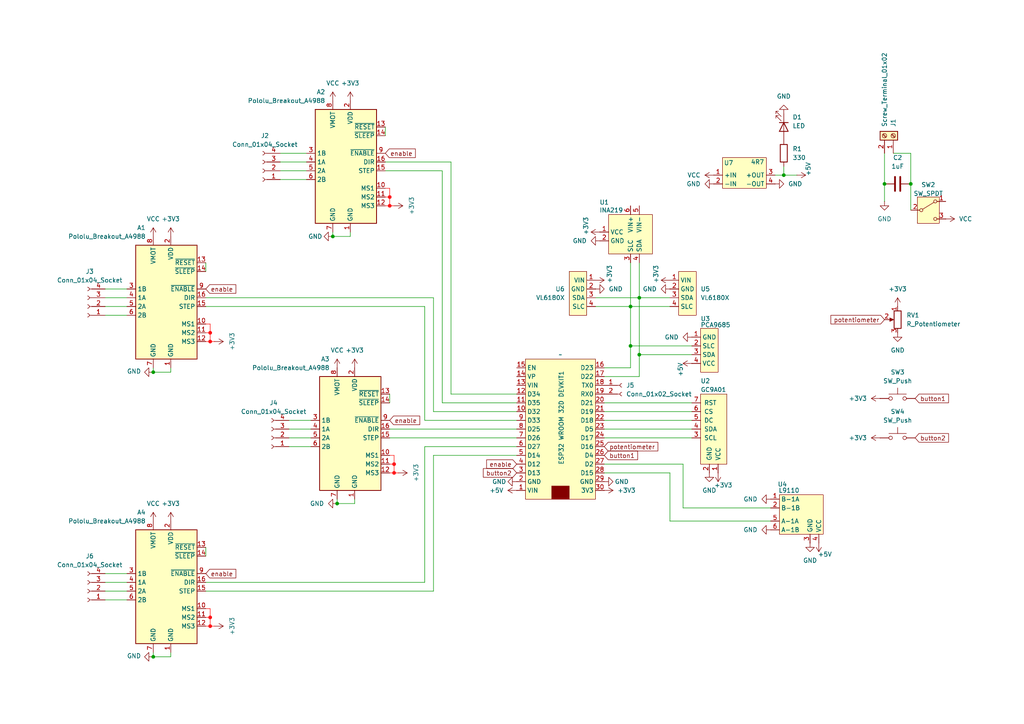
<source format=kicad_sch>
(kicad_sch (version 20231120) (generator "eeschema") (generator_version "8.0")
  (paper "A4")
  (title_block (title "Main robot pcb") (date "2025-02-21") (rev "v1.0") (company "Nantrobot") (comment 4 "Author: Alexis MORICE"))
  (lib_symbols
    (symbol "Connector:Conn_01x02_Socket" (pin_names (offset 1.016) hide)
      (property "Reference" "J" (at 0 2.54 0))
      (property "Value" "Conn_01x02_Socket" (at 0 -5.08 0))
      (symbol "Conn_01x02_Socket_1_1"
        (arc (start 0 -2.032) (mid -0.5058 -2.54) (end 0 -3.048) (stroke (width 0.1524)))
        (polyline (pts (xy -1.27 -2.54) (xy -0.508 -2.54)) (stroke (width 0.1524)))
        (polyline (pts (xy -1.27 0) (xy -0.508 0)) (stroke (width 0.1524)))
        (arc (start 0 0.508) (mid -0.5058 0) (end 0 -0.508) (stroke (width 0.1524)))
        (pin passive line (at -5.08 0 0) (length 3.81) (name "Pin_1") (number "1"))
        (pin passive line (at -5.08 -2.54 0) (length 3.81) (name "Pin_2") (number "2"))
      )
    )
    (symbol "Connector:Conn_01x04_Socket" (pin_names (offset 1.016) hide)
      (property "Reference" "J" (at 0 5.08 0))
      (property "Value" "Conn_01x04_Socket" (at 0 -7.62 0))
      (symbol "Conn_01x04_Socket_1_1"
        (arc (start 0 -4.572) (mid -0.5058 -5.08) (end 0 -5.588) (stroke (width 0.1524)))
        (arc (start 0 -2.032) (mid -0.5058 -2.54) (end 0 -3.048) (stroke (width 0.1524)))
        (polyline (pts (xy -1.27 -5.08) (xy -0.508 -5.08)) (stroke (width 0.1524)))
        (polyline (pts (xy -1.27 -2.54) (xy -0.508 -2.54)) (stroke (width 0.1524)))
        (polyline (pts (xy -1.27 0) (xy -0.508 0)) (stroke (width 0.1524)))
        (polyline (pts (xy -1.27 2.54) (xy -0.508 2.54)) (stroke (width 0.1524)))
        (arc (start 0 0.508) (mid -0.5058 0) (end 0 -0.508) (stroke (width 0.1524)))
        (arc (start 0 3.048) (mid -0.5058 2.54) (end 0 2.032) (stroke (width 0.1524)))
        (pin passive line (at -5.08 2.54 0) (length 3.81) (name "Pin_1") (number "1"))
        (pin passive line (at -5.08 0 0) (length 3.81) (name "Pin_2") (number "2"))
        (pin passive line (at -5.08 -2.54 0) (length 3.81) (name "Pin_3") (number "3"))
        (pin passive line (at -5.08 -5.08 0) (length 3.81) (name "Pin_4") (number "4"))
      )
    )
    (symbol "Connector:Screw_Terminal_01x02" (pin_names (offset 1.016) hide)
      (property "Reference" "J" (at 0 2.54 0))
      (property "Value" "Screw_Terminal_01x02" (at 0 -5.08 0))
      (symbol "Screw_Terminal_01x02_1_1"
        (rectangle (start -1.27 1.27) (end 1.27 -3.81) (stroke (width 0.254)) (fill (type background)))
        (circle (center 0 -2.54) (radius 0.635) (stroke (width 0.1524)))
        (polyline (pts (xy -0.5334 -2.2098) (xy 0.3302 -3.048)) (stroke (width 0.1524)))
        (polyline (pts (xy -0.5334 0.3302) (xy 0.3302 -0.508)) (stroke (width 0.1524)))
        (polyline (pts (xy -0.3556 -2.032) (xy 0.508 -2.8702)) (stroke (width 0.1524)))
        (polyline (pts (xy -0.3556 0.508) (xy 0.508 -0.3302)) (stroke (width 0.1524)))
        (circle (center 0 0) (radius 0.635) (stroke (width 0.1524)))
        (pin passive line (at -5.08 0 0) (length 3.81) (name "Pin_1") (number "1"))
        (pin passive line (at -5.08 -2.54 0) (length 3.81) (name "Pin_2") (number "2"))
      )
    )
    (symbol "Device:C" (pin_numbers hide) (pin_names (offset 0.254))
      (property "Reference" "C" (at 0.635 2.54 0))
      (property "Value" "C" (at 0.635 -2.54 0))
      (symbol "C_0_1"
        (polyline (pts (xy -2.032 -0.762) (xy 2.032 -0.762)) (stroke (width 0.508)))
        (polyline (pts (xy -2.032 0.762) (xy 2.032 0.762)) (stroke (width 0.508)))
      )
      (symbol "C_1_1"
        (pin passive line (at 0 3.81 270) (length 2.794) (name "~") (number "1"))
        (pin passive line (at 0 -3.81 90) (length 2.794) (name "~") (number "2"))
      )
    )
    (symbol "Device:LED" (pin_numbers hide) (pin_names (offset 1.016) hide)
      (property "Reference" "D" (at 0 2.54 0))
      (property "Value" "LED" (at 0 -2.54 0))
      (symbol "LED_0_1"
        (polyline (pts (xy -1.27 -1.27) (xy -1.27 1.27)) (stroke (width 0.254)))
        (polyline (pts (xy -1.27 0) (xy 1.27 0)))
        (polyline (pts (xy 1.27 -1.27) (xy 1.27 1.27) (xy -1.27 0) (xy 1.27 -1.27)) (stroke (width 0.254)))
        (polyline (pts (xy -3.048 -0.762) (xy -4.572 -2.286) (xy -3.81 -2.286) (xy -4.572 -2.286) (xy -4.572 -1.524)))
        (polyline (pts (xy -1.778 -0.762) (xy -3.302 -2.286) (xy -2.54 -2.286) (xy -3.302 -2.286) (xy -3.302 -1.524)))
      )
      (symbol "LED_1_1"
        (pin passive line (at -3.81 0 0) (length 2.54) (name "K") (number "1"))
        (pin passive line (at 3.81 0 180) (length 2.54) (name "A") (number "2"))
      )
    )
    (symbol "Device:R" (pin_numbers hide) (pin_names (offset 0))
      (property "Reference" "R" (at 2.032 0 90))
      (property "Value" "R" (at 0 0 90))
      (symbol "R_0_1"
        (rectangle (start -1.016 -2.54) (end 1.016 2.54) (stroke (width 0.254)))
      )
      (symbol "R_1_1"
        (pin passive line (at 0 3.81 270) (length 1.27) (name "~") (number "1"))
        (pin passive line (at 0 -3.81 90) (length 1.27) (name "~") (number "2"))
      )
    )
    (symbol "Device:R_Potentiometer" (pin_names (offset 1.016) hide)
      (property "Reference" "RV" (at -4.445 0 90))
      (property "Value" "R_Potentiometer" (at -2.54 0 90))
      (symbol "R_Potentiometer_0_1"
        (polyline (pts (xy 2.54 0) (xy 1.524 0)))
        (polyline (pts (xy 1.143 0) (xy 2.286 0.508) (xy 2.286 -0.508) (xy 1.143 0)) (fill (type outline)))
        (rectangle (start 1.016 2.54) (end -1.016 -2.54) (stroke (width 0.254)))
      )
      (symbol "R_Potentiometer_1_1"
        (pin passive line (at 0 3.81 270) (length 1.27) (name "1") (number "1"))
        (pin passive line (at 3.81 0 180) (length 1.27) (name "2") (number "2"))
        (pin passive line (at 0 -3.81 90) (length 1.27) (name "3") (number "3"))
      )
    )
    (symbol "Driver_Motor:Pololu_Breakout_A4988"
      (property "Reference" "A3" (at 7.2741 20.32 0))
      (property "Value" "Pololu_Breakout_A4988" (at 7.2741 17.78 0))
      (symbol "Pololu_Breakout_A4988_0_1"
        (rectangle (start 10.16 -17.78) (end -7.62 15.24) (stroke (width 0.254)) (fill (type background)))
      )
      (symbol "Pololu_Breakout_A4988_1_1"
        (pin power_in line (at 0 -20.32 90) (length 2.54) (name "GND") (number "1"))
        (pin input line (at -10.16 -7.62 0) (length 2.54) (name "MS1") (number "10"))
        (pin input line (at -10.16 -10.16 0) (length 2.54) (name "MS2") (number "11"))
        (pin input line (at -10.16 -12.7 0) (length 2.54) (name "MS3") (number "12"))
        (pin input line (at -10.16 10.16 0) (length 2.54) (name "~{RESET}") (number "13"))
        (pin input line (at -10.16 7.62 0) (length 2.54) (name "~{SLEEP}") (number "14"))
        (pin input line (at -10.16 -2.54 0) (length 2.54) (name "STEP") (number "15"))
        (pin input line (at -10.16 0 0) (length 2.54) (name "DIR") (number "16"))
        (pin power_in line (at 0 17.78 270) (length 2.54) (name "VDD") (number "2"))
        (pin output line (at 12.7 2.54 180) (length 2.54) (name "1B") (number "3"))
        (pin output line (at 12.7 0 180) (length 2.54) (name "1A") (number "4"))
        (pin output line (at 12.7 -2.54 180) (length 2.54) (name "2A") (number "5"))
        (pin output line (at 12.7 -5.08 180) (length 2.54) (name "2B") (number "6"))
        (pin power_in line (at 5.08 -20.32 90) (length 2.54) (name "GND") (number "7"))
        (pin power_in line (at 5.08 17.78 270) (length 2.54) (name "VMOT") (number "8"))
        (pin input line (at -10.16 2.54 0) (length 2.54) (name "~{ENABLE}") (number "9"))
      )
    )
    (symbol "ECN:4R7"
      (property "Reference" "U" (at -5.08 3.556 0))
      (property "Value" "4R7" (at 4.064 3.556 0))
      (symbol "4R7_1_1"
        (rectangle (start -6.35 5.08) (end 6.35 -3.81) (fill (type background)))
        (pin input line (at -8.89 0 0) (length 2.54) (name "+IN") (number "1"))
        (pin input line (at -8.89 -2.54 0) (length 2.54) (name "-IN") (number "2"))
        (pin input line (at 8.89 0 180) (length 2.54) (name "+OUT") (number "3"))
        (pin input line (at 8.89 -2.54 180) (length 2.54) (name "-OUT") (number "4"))
      )
    )
    (symbol "ECN:GC9A01" (pin_names (offset 1.016))
      (property "Reference" "U" (at -2.794 13.97 0))
      (property "Value" "GC9A01" (at 0.254 11.43 0))
      (symbol "GC9A01_1_1"
        (rectangle (start -3.81 10.16) (end 3.81 -10.16) (fill (type background)))
        (pin input line (at 1.27 -12.7 90) (length 2.54) (name "VCC") (number "1"))
        (pin input line (at -1.27 -12.7 90) (length 2.54) (name "GND") (number "2"))
        (pin input line (at -6.35 -2.54 0) (length 2.54) (name "SCL") (number "3"))
        (pin input line (at -6.35 0 0) (length 2.54) (name "SDA") (number "4"))
        (pin input line (at -6.35 2.54 0) (length 2.54) (name "DC") (number "5"))
        (pin input line (at -6.35 5.08 0) (length 2.54) (name "CS") (number "6"))
        (pin input line (at -6.35 7.62 0) (length 2.54) (name "RST") (number "7"))
      )
    )
    (symbol "ECN:INA219_DC_current_sensor"
      (property "Reference" "U" (at -6.858 13.97 0))
      (property "Value" "INA219" (at 0.762 13.716 0))
      (symbol "INA219_DC_current_sensor_1_1"
        (rectangle (start -7.62 12.7) (end 3.81 0) (fill (type background)))
        (pin input line (at -2.54 -2.54 90) (length 2.54) (name "VCC") (number "1"))
        (pin input line (at 0 -2.54 90) (length 2.54) (name "GND") (number "2"))
        (pin input line (at 6.35 6.35 180) (length 2.54) (name "SLC") (number "3"))
        (pin input line (at 6.35 8.89 180) (length 2.54) (name "SDA") (number "4"))
        (pin input line (at -10.16 8.89 0) (length 2.54) (name "VIN-") (number "5"))
        (pin input line (at -10.16 6.35 0) (length 2.54) (name "VIN+") (number "6"))
      )
    )
    (symbol "ECN:L9110"
      (property "Reference" "U" (at -0.762 4.572 0))
      (property "Value" "L9110" (at 1.524 2.54 0))
      (symbol "L9110_1_1"
        (rectangle (start -1.27 1.27) (end 11.43 -10.16) (fill (type background)))
        (pin input line (at -3.81 0 0) (length 2.54) (name "B-1A") (number "1"))
        (pin input line (at -3.81 -2.54 0) (length 2.54) (name "B-1B") (number "2"))
        (pin input line (at 7.62 -12.7 90) (length 2.54) (name "GND") (number "3"))
        (pin input line (at 10.16 -12.7 90) (length 2.54) (name "VCC") (number "4"))
        (pin input line (at -3.81 -6.35 0) (length 2.54) (name "A-1A") (number "5"))
        (pin input line (at -3.81 -8.89 0) (length 2.54) (name "A-1B") (number "6"))
      )
    )
    (symbol "ECN:PCA9685"
      (property "Reference" "U" (at -0.762 9.398 0))
      (property "Value" "PCA9685" (at 2.794 7.366 0))
      (symbol "PCA9685_1_1"
        (rectangle (start -1.27 6.35) (end 3.81 -6.35) (fill (type background)))
        (pin input line (at -3.81 3.81 0) (length 2.54) (name "GND") (number "1"))
        (pin input line (at -3.81 1.27 0) (length 2.54) (name "SLC") (number "2"))
        (pin input line (at -3.81 -1.27 0) (length 2.54) (name "SDA") (number "3"))
        (pin input line (at -3.81 -3.81 0) (length 2.54) (name "VCC") (number "4"))
      )
    )
    (symbol "ECN:VL6180X"
      (property "Reference" "U" (at -0.762 9.144 0))
      (property "Value" "VL6180X" (at 2.794 7.366 0))
      (symbol "VL6180X_1_1"
        (rectangle (start -1.27 6.35) (end 3.81 -6.35) (fill (type background)))
        (pin input line (at -3.81 3.81 0) (length 2.54) (name "VIN") (number "1"))
        (pin input line (at -3.81 1.27 0) (length 2.54) (name "GND") (number "2"))
        (pin input line (at -3.81 -1.27 0) (length 2.54) (name "SDA") (number "3"))
        (pin input line (at -3.81 -3.81 0) (length 2.54) (name "SLC") (number "4"))
      )
    )
    (symbol "ECN:esp32_wroom_32D_devkit"
      (property "Reference" "ESP32 WROOM 32D DEVKIT1" (at 0.254 2.032 90))
      (property "Value" "~" (at 0 20.32 0))
      (symbol "esp32_wroom_32D_devkit_1_1"
        (rectangle (start -10.16 19.05) (end 10.16 -21.59) (fill (type background)))
        (rectangle (start -2.54 -17.78) (end 2.54 -21.59) (fill (type outline)))
        (pin power_in line (at -12.7 -19.05 0) (length 2.54) (name "VIN") (number "1"))
        (pin bidirectional line (at -12.7 3.81 0) (length 2.54) (name "D32") (number "10"))
        (pin bidirectional line (at -12.7 6.35 0) (length 2.54) (name "D35") (number "11"))
        (pin bidirectional line (at -12.7 8.89 0) (length 2.54) (name "D34") (number "12"))
        (pin power_in line (at -12.7 11.43 0) (length 2.54) (name "VIN") (number "13"))
        (pin power_out line (at -12.7 13.97 0) (length 2.54) (name "VP") (number "14"))
        (pin input line (at -12.7 16.51 0) (length 2.54) (name "EN") (number "15"))
        (pin input line (at 12.7 16.51 180) (length 2.54) (name "D23") (number "16"))
        (pin bidirectional line (at 12.7 13.97 180) (length 2.54) (name "D22") (number "17"))
        (pin bidirectional line (at 12.7 11.43 180) (length 2.54) (name "TX0") (number "18"))
        (pin bidirectional line (at 12.7 8.89 180) (length 2.54) (name "RX0") (number "19"))
        (pin bidirectional line (at -12.7 -16.51 0) (length 2.54) (name "GND") (number "2"))
        (pin bidirectional line (at 12.7 6.35 180) (length 2.54) (name "D21") (number "20"))
        (pin bidirectional line (at 12.7 3.81 180) (length 2.54) (name "D19") (number "21"))
        (pin bidirectional line (at 12.7 1.27 180) (length 2.54) (name "D18") (number "22"))
        (pin bidirectional line (at 12.7 -1.27 180) (length 2.54) (name "D5") (number "23"))
        (pin bidirectional line (at 12.7 -3.81 180) (length 2.54) (name "D17") (number "24"))
        (pin bidirectional line (at 12.7 -6.35 180) (length 2.54) (name "D16") (number "25"))
        (pin bidirectional line (at 12.7 -8.89 180) (length 2.54) (name "D4") (number "26"))
        (pin bidirectional line (at 12.7 -11.43 180) (length 2.54) (name "D2") (number "27"))
        (pin bidirectional line (at 12.7 -13.97 180) (length 2.54) (name "D15") (number "28"))
        (pin input line (at 12.7 -16.51 180) (length 2.54) (name "GND") (number "29"))
        (pin bidirectional line (at -12.7 -13.97 0) (length 2.54) (name "D13") (number "3"))
        (pin power_out line (at 12.7 -19.05 180) (length 2.54) (name "3V3") (number "30"))
        (pin bidirectional line (at -12.7 -11.43 0) (length 2.54) (name "D12") (number "4"))
        (pin bidirectional line (at -12.7 -8.89 0) (length 2.54) (name "D14") (number "5"))
        (pin bidirectional line (at -12.7 -6.35 0) (length 2.54) (name "D27") (number "6"))
        (pin bidirectional line (at -12.7 -3.81 0) (length 2.54) (name "D26") (number "7"))
        (pin bidirectional line (at -12.7 -1.27 0) (length 2.54) (name "D25") (number "8"))
        (pin bidirectional line (at -12.7 1.27 0) (length 2.54) (name "D33") (number "9"))
      )
    )
    (symbol "Pololu_Breakout_A4988_1"
      (property "Reference" "A1" (at 7.2741 20.32 0))
      (property "Value" "Pololu_Breakout_A4988" (at 7.2741 17.78 0))
      (symbol "Pololu_Breakout_A4988_1_0_1"
        (rectangle (start 10.16 -17.78) (end -7.62 15.24) (stroke (width 0.254)) (fill (type background)))
      )
      (symbol "Pololu_Breakout_A4988_1_1_1"
        (pin power_in line (at 0 -20.32 90) (length 2.54) (name "GND") (number "1"))
        (pin input line (at -10.16 -7.62 0) (length 2.54) (name "MS1") (number "10"))
        (pin input line (at -10.16 -10.16 0) (length 2.54) (name "MS2") (number "11"))
        (pin input line (at -10.16 -12.7 0) (length 2.54) (name "MS3") (number "12"))
        (pin input line (at -10.16 10.16 0) (length 2.54) (name "~{RESET}") (number "13"))
        (pin input line (at -10.16 7.62 0) (length 2.54) (name "~{SLEEP}") (number "14"))
        (pin input line (at -10.16 -2.54 0) (length 2.54) (name "STEP") (number "15"))
        (pin input line (at -10.16 0 0) (length 2.54) (name "DIR") (number "16"))
        (pin power_in line (at 0 17.78 270) (length 2.54) (name "VDD") (number "2"))
        (pin output line (at 12.7 2.54 180) (length 2.54) (name "1B") (number "3"))
        (pin output line (at 12.7 0 180) (length 2.54) (name "1A") (number "4"))
        (pin output line (at 12.7 -2.54 180) (length 2.54) (name "2A") (number "5"))
        (pin output line (at 12.7 -5.08 180) (length 2.54) (name "2B") (number "6"))
        (pin power_in line (at 5.08 -20.32 90) (length 2.54) (name "GND") (number "7"))
        (pin power_in line (at 5.08 17.78 270) (length 2.54) (name "VMOT") (number "8"))
        (pin input line (at -10.16 2.54 0) (length 2.54) (name "~{ENABLE}") (number "9"))
      )
    )
    (symbol "Pololu_Breakout_A4988_2"
      (property "Reference" "A2" (at 7.2741 20.32 0))
      (property "Value" "Pololu_Breakout_A4988" (at 7.2741 17.78 0))
      (symbol "Pololu_Breakout_A4988_2_0_1"
        (rectangle (start 10.16 -17.78) (end -7.62 15.24) (stroke (width 0.254)) (fill (type background)))
      )
      (symbol "Pololu_Breakout_A4988_2_1_1"
        (pin power_in line (at 0 -20.32 90) (length 2.54) (name "GND") (number "1"))
        (pin input line (at -10.16 -7.62 0) (length 2.54) (name "MS1") (number "10"))
        (pin input line (at -10.16 -10.16 0) (length 2.54) (name "MS2") (number "11"))
        (pin input line (at -10.16 -12.7 0) (length 2.54) (name "MS3") (number "12"))
        (pin input line (at -10.16 10.16 0) (length 2.54) (name "~{RESET}") (number "13"))
        (pin input line (at -10.16 7.62 0) (length 2.54) (name "~{SLEEP}") (number "14"))
        (pin input line (at -10.16 -2.54 0) (length 2.54) (name "STEP") (number "15"))
        (pin input line (at -10.16 0 0) (length 2.54) (name "DIR") (number "16"))
        (pin power_in line (at 0 17.78 270) (length 2.54) (name "VDD") (number "2"))
        (pin output line (at 12.7 2.54 180) (length 2.54) (name "1B") (number "3"))
        (pin output line (at 12.7 0 180) (length 2.54) (name "1A") (number "4"))
        (pin output line (at 12.7 -2.54 180) (length 2.54) (name "2A") (number "5"))
        (pin output line (at 12.7 -5.08 180) (length 2.54) (name "2B") (number "6"))
        (pin power_in line (at 5.08 -20.32 90) (length 2.54) (name "GND") (number "7"))
        (pin power_in line (at 5.08 17.78 270) (length 2.54) (name "VMOT") (number "8"))
        (pin input line (at -10.16 2.54 0) (length 2.54) (name "~{ENABLE}") (number "9"))
      )
    )
    (symbol "Switch:SW_Push" (pin_numbers hide) (pin_names (offset 1.016) hide)
      (property "Reference" "SW" (at 1.27 2.54 0))
      (property "Value" "SW_Push" (at 0 -1.524 0))
      (symbol "SW_Push_0_1"
        (circle (center -2.032 0) (radius 0.508))
        (polyline (pts (xy 0 1.27) (xy 0 3.048)))
        (polyline (pts (xy 2.54 1.27) (xy -2.54 1.27)))
        (circle (center 2.032 0) (radius 0.508))
        (pin passive line (at -5.08 0 0) (length 2.54) (name "1") (number "1"))
        (pin passive line (at 5.08 0 180) (length 2.54) (name "2") (number "2"))
      )
    )
    (symbol "Switch:SW_SPDT" (pin_names (offset 0) hide)
      (property "Reference" "SW" (at 0 5.08 0))
      (property "Value" "SW_SPDT" (at 0 -5.08 0))
      (symbol "SW_SPDT_0_1"
        (circle (center -2.032 0) (radius 0.4572))
        (polyline (pts (xy -1.651 0.254) (xy 1.651 2.286)))
        (circle (center 2.032 -2.54) (radius 0.4572))
        (circle (center 2.032 2.54) (radius 0.4572))
      )
      (symbol "SW_SPDT_1_1"
        (rectangle (start -3.175 3.81) (end 3.175 -3.81) (fill (type background)))
        (pin passive line (at 5.08 2.54 180) (length 2.54) (name "A") (number "1"))
        (pin passive line (at -5.08 0 0) (length 2.54) (name "B") (number "2"))
        (pin passive line (at 5.08 -2.54 180) (length 2.54) (name "C") (number "3"))
      )
    )
    (symbol "power:+3V3" (power) (pin_numbers hide) (pin_names (offset 0) hide)
      (property "Value" "+3V3" (at 0 3.556 0))
      (symbol "+3V3_0_1"
        (polyline (pts (xy -0.762 1.27) (xy 0 2.54)))
        (polyline (pts (xy 0 0) (xy 0 2.54)))
        (polyline (pts (xy 0 2.54) (xy 0.762 1.27)))
      )
      (symbol "+3V3_1_1"
        (pin power_in line (at 0 0 90) (length 0) (name "~") (number "1"))
      )
    )
    (symbol "power:+5V" (power) (pin_numbers hide) (pin_names (offset 0) hide)
      (property "Value" "+5V" (at 0 3.556 0))
      (symbol "+5V_0_1"
        (polyline (pts (xy -0.762 1.27) (xy 0 2.54)))
        (polyline (pts (xy 0 0) (xy 0 2.54)))
        (polyline (pts (xy 0 2.54) (xy 0.762 1.27)))
      )
      (symbol "+5V_1_1"
        (pin power_in line (at 0 0 90) (length 0) (name "~") (number "1"))
      )
    )
    (symbol "power:GND" (power) (pin_numbers hide) (pin_names (offset 0) hide)
      (property "Value" "GND" (at 0 -3.81 0))
      (symbol "GND_0_1"
        (polyline (pts (xy 0 0) (xy 0 -1.27) (xy 1.27 -1.27) (xy 0 -2.54) (xy -1.27 -1.27) (xy 0 -1.27)))
      )
      (symbol "GND_1_1"
        (pin power_in line (at 0 0 270) (length 0) (name "~") (number "1"))
      )
    )
    (symbol "power:VCC" (power) (pin_numbers hide) (pin_names (offset 0) hide)
      (property "Value" "VCC" (at 0 3.556 0))
      (symbol "VCC_0_1"
        (polyline (pts (xy -0.762 1.27) (xy 0 2.54)))
        (polyline (pts (xy 0 0) (xy 0 2.54)))
        (polyline (pts (xy 0 2.54) (xy 0.762 1.27)))
      )
      (symbol "VCC_1_1"
        (pin power_in line (at 0 0 90) (length 0) (name "~") (number "1"))
      )
    )
  )
  (junction (at 60.96 181.61) (color 255 12 16 1))
  (junction (at 256.54 53.34))
  (junction (at 114.3 134.62) (color 255 12 16 1))
  (junction (at 182.88 88.9))
  (junction (at 264.16 53.34))
  (junction (at 44.45 190.5))
  (junction (at 60.96 99.06) (color 255 12 16 1))
  (junction (at 97.79 146.05))
  (junction (at 182.88 100.33))
  (junction (at 113.03 57.15) (color 255 12 16 1))
  (junction (at 113.03 59.69) (color 255 12 16 1))
  (junction (at 227.33 50.8))
  (junction (at 60.96 179.07) (color 255 12 16 1))
  (junction (at 185.42 102.87))
  (junction (at 60.96 96.52) (color 255 12 16 1))
  (junction (at 44.45 107.95))
  (junction (at 96.52 68.58))
  (junction (at 185.42 86.36))
  (junction (at 114.3 137.16) (color 255 12 16 1))
  (wire (pts (xy 59.69 176.53) (xy 60.96 176.53)) (stroke (width 0) (color 255 8 4 1)))
  (wire (pts (xy 111.76 49.53) (xy 128.27 49.53)))
  (wire (pts (xy 114.3 59.69) (xy 113.03 59.69)) (stroke (width 0) (color 255 10 4 1)))
  (wire (pts (xy 111.76 46.99) (xy 130.81 46.99)))
  (wire (pts (xy 264.16 60.96) (xy 264.16 53.34)))
  (wire (pts (xy 59.69 93.98) (xy 60.96 93.98)) (stroke (width 0) (color 255 8 4 1)))
  (wire (pts (xy 60.96 96.52) (xy 60.96 99.06)) (stroke (width 0) (color 255 10 4 1)))
  (wire (pts (xy 44.45 189.23) (xy 44.45 190.5)))
  (wire (pts (xy 231.14 50.8) (xy 227.33 50.8)))
  (wire (pts (xy 30.48 173.99) (xy 36.83 173.99)))
  (wire (pts (xy 81.28 52.07) (xy 88.9 52.07)))
  (wire (pts (xy 83.82 124.46) (xy 90.17 124.46)))
  (wire (pts (xy 49.53 189.23) (xy 49.53 190.5)))
  (wire (pts (xy 256.54 44.45) (xy 256.54 53.34)))
  (wire (pts (xy 62.23 181.61) (xy 60.96 181.61)) (stroke (width 0) (color 255 10 4 1)))
  (wire (pts (xy 60.96 96.52) (xy 59.69 96.52)) (stroke (width 0) (color 255 10 4 1)))
  (wire (pts (xy 175.26 119.38) (xy 200.66 119.38)))
  (wire (pts (xy 264.16 44.45) (xy 264.16 53.34)))
  (wire (pts (xy 185.42 102.87) (xy 200.66 102.87)))
  (wire (pts (xy 114.3 134.62) (xy 114.3 137.16)) (stroke (width 0) (color 255 10 4 1)))
  (wire (pts (xy 114.3 132.08) (xy 114.3 134.62)) (stroke (width 0) (color 255 10 4 1)))
  (wire (pts (xy 175.26 124.46) (xy 200.66 124.46)))
  (wire (pts (xy 125.73 171.45) (xy 125.73 132.08)))
  (wire (pts (xy 182.88 100.33) (xy 200.66 100.33)))
  (wire (pts (xy 44.45 106.68) (xy 44.45 107.95)))
  (wire (pts (xy 49.53 106.68) (xy 49.53 107.95)))
  (wire (pts (xy 83.82 121.92) (xy 90.17 121.92)))
  (wire (pts (xy 113.03 114.3) (xy 113.03 116.84)))
  (wire (pts (xy 60.96 179.07) (xy 59.69 179.07)) (stroke (width 0) (color 255 10 4 1)))
  (wire (pts (xy 81.28 49.53) (xy 88.9 49.53)))
  (wire (pts (xy 194.31 88.9) (xy 182.88 88.9)))
  (wire (pts (xy 113.03 57.15) (xy 111.76 57.15)) (stroke (width 0) (color 255 10 4 1)))
  (wire (pts (xy 113.03 132.08) (xy 114.3 132.08)) (stroke (width 0) (color 255 8 4 1)))
  (wire (pts (xy 81.28 44.45) (xy 88.9 44.45)))
  (wire (pts (xy 83.82 127) (xy 90.17 127)))
  (wire (pts (xy 97.79 144.78) (xy 97.79 146.05)))
  (wire (pts (xy 198.12 147.32) (xy 223.52 147.32)))
  (wire (pts (xy 185.42 76.2) (xy 185.42 86.36)))
  (wire (pts (xy 115.57 137.16) (xy 114.3 137.16)) (stroke (width 0) (color 255 10 4 1)))
  (wire (pts (xy 60.96 99.06) (xy 59.69 99.06)) (stroke (width 0) (color 255 10 4 1)))
  (wire (pts (xy 175.26 116.84) (xy 200.66 116.84)))
  (wire (pts (xy 96.52 67.31) (xy 96.52 68.58)))
  (wire (pts (xy 59.69 86.36) (xy 125.73 86.36)))
  (wire (pts (xy 185.42 86.36) (xy 194.31 86.36)))
  (wire (pts (xy 111.76 36.83) (xy 111.76 39.37)))
  (wire (pts (xy 113.03 57.15) (xy 113.03 59.69)) (stroke (width 0) (color 255 10 4 1)))
  (wire (pts (xy 59.69 158.75) (xy 59.69 161.29)))
  (wire (pts (xy 59.69 88.9) (xy 123.19 88.9)))
  (wire (pts (xy 113.03 59.69) (xy 111.76 59.69)) (stroke (width 0) (color 255 10 4 1)))
  (wire (pts (xy 185.42 109.22) (xy 175.26 109.22)))
  (wire (pts (xy 125.73 119.38) (xy 149.86 119.38)))
  (wire (pts (xy 30.48 166.37) (xy 36.83 166.37)))
  (wire (pts (xy 123.19 129.54) (xy 149.86 129.54)))
  (wire (pts (xy 114.3 137.16) (xy 113.03 137.16)) (stroke (width 0) (color 255 10 4 1)))
  (wire (pts (xy 60.96 176.53) (xy 60.96 179.07)) (stroke (width 0) (color 255 10 4 1)))
  (wire (pts (xy 113.03 124.46) (xy 149.86 124.46)))
  (wire (pts (xy 123.19 88.9) (xy 123.19 121.92)))
  (wire (pts (xy 113.03 54.61) (xy 113.03 57.15)) (stroke (width 0) (color 255 10 4 1)))
  (wire (pts (xy 194.31 137.16) (xy 194.31 151.13)))
  (wire (pts (xy 175.26 137.16) (xy 194.31 137.16)))
  (wire (pts (xy 175.26 127) (xy 200.66 127)))
  (wire (pts (xy 101.6 67.31) (xy 101.6 68.58)))
  (wire (pts (xy 130.81 114.3) (xy 149.86 114.3)))
  (wire (pts (xy 259.08 44.45) (xy 264.16 44.45)))
  (wire (pts (xy 185.42 102.87) (xy 185.42 109.22)))
  (wire (pts (xy 30.48 83.82) (xy 36.83 83.82)))
  (wire (pts (xy 185.42 86.36) (xy 185.42 102.87)))
  (wire (pts (xy 44.45 190.5) (xy 49.53 190.5)))
  (wire (pts (xy 227.33 50.8) (xy 224.79 50.8)))
  (wire (pts (xy 182.88 88.9) (xy 182.88 100.33)))
  (wire (pts (xy 30.48 86.36) (xy 36.83 86.36)))
  (wire (pts (xy 81.28 46.99) (xy 88.9 46.99)))
  (wire (pts (xy 172.72 88.9) (xy 182.88 88.9)))
  (wire (pts (xy 123.19 168.91) (xy 123.19 129.54)))
  (wire (pts (xy 125.73 132.08) (xy 149.86 132.08)))
  (wire (pts (xy 83.82 129.54) (xy 90.17 129.54)))
  (wire (pts (xy 130.81 46.99) (xy 130.81 114.3)))
  (wire (pts (xy 175.26 121.92) (xy 200.66 121.92)))
  (wire (pts (xy 96.52 68.58) (xy 101.6 68.58)))
  (wire (pts (xy 182.88 106.68) (xy 175.26 106.68)))
  (wire (pts (xy 227.33 48.26) (xy 227.33 50.8)))
  (wire (pts (xy 60.96 181.61) (xy 59.69 181.61)) (stroke (width 0) (color 255 10 4 1)))
  (wire (pts (xy 59.69 171.45) (xy 125.73 171.45)))
  (wire (pts (xy 62.23 99.06) (xy 60.96 99.06)) (stroke (width 0) (color 255 10 4 1)))
  (wire (pts (xy 198.12 134.62) (xy 198.12 147.32)))
  (wire (pts (xy 60.96 179.07) (xy 60.96 181.61)) (stroke (width 0) (color 255 10 4 1)))
  (wire (pts (xy 97.79 146.05) (xy 102.87 146.05)))
  (wire (pts (xy 128.27 116.84) (xy 149.86 116.84)))
  (wire (pts (xy 111.76 54.61) (xy 113.03 54.61)) (stroke (width 0) (color 255 8 4 1)))
  (wire (pts (xy 30.48 88.9) (xy 36.83 88.9)))
  (wire (pts (xy 59.69 168.91) (xy 123.19 168.91)))
  (wire (pts (xy 30.48 171.45) (xy 36.83 171.45)))
  (wire (pts (xy 59.69 76.2) (xy 59.69 78.74)))
  (wire (pts (xy 113.03 127) (xy 149.86 127)))
  (wire (pts (xy 194.31 151.13) (xy 223.52 151.13)))
  (wire (pts (xy 182.88 76.2) (xy 182.88 88.9)))
  (wire (pts (xy 128.27 49.53) (xy 128.27 116.84)))
  (wire (pts (xy 123.19 121.92) (xy 149.86 121.92)))
  (wire (pts (xy 60.96 93.98) (xy 60.96 96.52)) (stroke (width 0) (color 255 10 4 1)))
  (wire (pts (xy 175.26 134.62) (xy 198.12 134.62)))
  (wire (pts (xy 172.72 86.36) (xy 185.42 86.36)))
  (wire (pts (xy 44.45 107.95) (xy 49.53 107.95)))
  (wire (pts (xy 102.87 144.78) (xy 102.87 146.05)))
  (wire (pts (xy 256.54 53.34) (xy 256.54 58.42)))
  (wire (pts (xy 30.48 91.44) (xy 36.83 91.44)))
  (wire (pts (xy 114.3 134.62) (xy 113.03 134.62)) (stroke (width 0) (color 255 10 4 1)))
  (wire (pts (xy 30.48 168.91) (xy 36.83 168.91)))
  (wire (pts (xy 125.73 86.36) (xy 125.73 119.38)))
  (wire (pts (xy 182.88 100.33) (xy 182.88 106.68)))
  (global_label "potentiometer" (shape input) (at 175.26 129.54 0) (property "Intersheetrefs" "${INTERSHEET_REFS}" (effects (hide yes))))
  (global_label "button1" (shape input) (at 175.26 132.08 0) (property "Intersheetrefs" "${INTERSHEET_REFS}" (effects (hide yes))))
  (global_label "enable" (shape input) (at 111.76 44.45 0) (property "Intersheetrefs" "${INTERSHEET_REFS}" (effects (hide yes))))
  (global_label "button1" (shape input) (at 265.43 115.57 0) (property "Intersheetrefs" "${INTERSHEET_REFS}" (effects (hide yes))))
  (global_label "enable" (shape input) (at 59.69 166.37 0) (property "Intersheetrefs" "${INTERSHEET_REFS}" (effects (hide yes))))
  (global_label "button2" (shape input) (at 149.86 137.16 180) (property "Intersheetrefs" "${INTERSHEET_REFS}" (effects (hide yes))))
  (global_label "enable" (shape input) (at 59.69 83.82 0) (property "Intersheetrefs" "${INTERSHEET_REFS}" (effects (hide yes))))
  (global_label "enable" (shape input) (at 113.03 121.92 0) (property "Intersheetrefs" "${INTERSHEET_REFS}" (effects (hide yes))))
  (global_label "enable" (shape input) (at 149.86 134.62 180) (property "Intersheetrefs" "${INTERSHEET_REFS}" (effects (hide yes))))
  (global_label "button2" (shape input) (at 265.43 127 0) (property "Intersheetrefs" "${INTERSHEET_REFS}" (effects (hide yes))))
  (global_label "potentiometer" (shape input) (at 256.54 92.71 180) (property "Intersheetrefs" "${INTERSHEET_REFS}" (effects (hide yes))))
  (symbol (lib_id "power:GND") (at 200.66 97.79 270) (unit 1)
    (property "Reference" "#PWR022" (effects (hide yes)))
    (property "Value" "GND" (at 196.85 97.7899 90) (effects (justify right)))
    (property "Description" "Power symbol creates a global label with name \"GND\" , ground" (effects (hide yes)))
  )
  (symbol (lib_id "power:GND") (at 234.95 157.48 0) (unit 1)
    (property "Reference" "#PWR020" (effects (hide yes)))
    (property "Value" "GND" (at 234.95 162.56 0))
    (property "Description" "Power symbol creates a global label with name \"GND\" , ground" (effects (hide yes)))
  )
  (symbol (lib_id "power:+3V3") (at 260.35 88.9 0) (unit 1)
    (property "Reference" "#PWR031" (effects (hide yes)))
    (property "Value" "+3V3" (at 260.35 83.82 0))
    (property "Description" "Power symbol creates a global label with name \"+3V3\"" (effects (hide yes)))
  )
  (symbol (lib_id "power:VCC") (at 207.01 50.8 90) (unit 1)
    (property "Reference" "#PWR039" (effects (hide yes)))
    (property "Value" "VCC" (at 203.2 50.7999 90) (effects (justify left)))
    (property "Description" "Power symbol creates a global label with name \"VCC\"" (effects (hide yes)))
  )
  (symbol (lib_id "Connector:Conn_01x04_Socket") (at 25.4 88.9 180) (unit 1)
    (property "Reference" "J3" (at 26.035 78.74 0))
    (property "Value" "Conn_01x04_Socket" (at 26.035 81.28 0))
    (property "Footprint" "Connector_JST:JST_XH_B4B-XH-A_1x04_P2.50mm_Vertical" (effects (hide yes)))
    (property "Description" "Generic connector, single row, 01x04, script generated" (effects (hide yes)))
  )
  (symbol (lib_id "power:GND") (at 194.31 83.82 270) (unit 1)
    (property "Reference" "#PWR034" (effects (hide yes)))
    (property "Value" "GND" (at 190.5 83.8199 90) (effects (justify right)))
    (property "Description" "Power symbol creates a global label with name \"GND\" , ground" (effects (hide yes)))
  )
  (symbol (lib_id "power:VCC") (at 97.79 106.68 0) (unit 1)
    (property "Reference" "#PWR010" (effects (hide yes)))
    (property "Value" "VCC" (at 97.79 101.6 0))
    (property "Description" "Power symbol creates a global label with name \"VCC\"" (effects (hide yes)))
  )
  (symbol (lib_id "power:GND") (at 227.33 33.02 180) (unit 1)
    (property "Reference" "#PWR041" (effects (hide yes)))
    (property "Value" "GND" (at 227.33 27.94 0))
    (property "Description" "Power symbol creates a global label with name \"GND\" , ground" (effects (hide yes)))
  )
  (symbol (lib_id "Connector:Conn_01x04_Socket") (at 25.4 171.45 180) (unit 1)
    (property "Reference" "J6" (at 26.035 161.29 0))
    (property "Value" "Conn_01x04_Socket" (at 26.035 163.83 0))
    (property "Footprint" "Connector_JST:JST_XH_B4B-XH-A_1x04_P2.50mm_Vertical" (effects (hide yes)))
    (property "Description" "Generic connector, single row, 01x04, script generated" (effects (hide yes)))
  )
  (symbol (lib_id "power:+3V3") (at 255.27 115.57 90) (unit 1)
    (property "Reference" "#PWR035" (effects (hide yes)))
    (property "Value" "+3V3" (at 251.46 115.5699 90) (effects (justify left)))
    (property "Description" "Power symbol creates a global label with name \"+3V3\"" (effects (hide yes)))
  )
  (symbol (lib_id "power:+3V3") (at 62.23 181.61 270) (mirror x) (unit 1)
    (property "Reference" "#PWR047" (effects (hide yes)))
    (property "Value" "+3V3" (at 67.31 181.61 0))
    (property "Description" "Power symbol creates a global label with name \"+3V3\"" (effects (hide yes)))
  )
  (symbol (lib_id "Connector:Conn_01x02_Socket") (at 180.34 111.76 0) (unit 1)
    (property "Reference" "J5" (at 181.61 111.7599 0) (effects (justify left)))
    (property "Value" "Conn_01x02_Socket" (at 181.61 114.2999 0) (effects (justify left)))
    (property "Footprint" "Connector_PinHeader_2.54mm:PinHeader_1x02_P2.54mm_Vertical" (effects (hide yes)))
    (property "Description" "Generic connector, single row, 01x02, script generated" (effects (hide yes)))
  )
  (symbol (lib_id "power:+3V3") (at 208.28 137.16 180) (unit 1)
    (property "Reference" "#PWR024" (effects (hide yes)))
    (property "Value" "+3V3" (at 209.804 140.716 0))
    (property "Description" "Power symbol creates a global label with name \"+3V3\"" (effects (hide yes)))
  )
  (symbol (lib_name "Pololu_Breakout_A4988_2") (lib_id "Driver_Motor:Pololu_Breakout_A4988") (at 101.6 46.99 0) (mirror y) (unit 1)
    (property "Reference" "A2" (at 94.3259 26.67 0) (effects (justify left)))
    (property "Value" "Pololu_Breakout_A4988" (at 94.3259 29.21 0) (effects (justify left)))
    (property "Footprint" "ECN:A4988" (effects (hide yes)))
    (property "Datasheet" "https://www.pololu.com/product/2980/pictures" (effects (hide yes)))
    (property "Description" "Pololu Breakout Board, Stepper Driver A4988" (effects (hide yes)))
  )
  (symbol (lib_id "power:+3V3") (at 173.99 67.31 90) (mirror x) (unit 1)
    (property "Reference" "#PWR015" (effects (hide yes)))
    (property "Value" "+3V3" (at 169.926 65.532 0))
    (property "Description" "Power symbol creates a global label with name \"+3V3\"" (effects (hide yes)))
  )
  (symbol (lib_id "power:+3V3") (at 114.3 59.69 270) (mirror x) (unit 1)
    (property "Reference" "#PWR09" (effects (hide yes)))
    (property "Value" "+3V3" (at 119.38 59.69 0))
    (property "Description" "Power symbol creates a global label with name \"+3V3\"" (effects (hide yes)))
  )
  (symbol (lib_id "power:GND") (at 260.35 96.52 0) (unit 1)
    (property "Reference" "#PWR032" (effects (hide yes)))
    (property "Value" "GND" (at 260.35 101.6 0))
    (property "Description" "Power symbol creates a global label with name \"GND\" , ground" (effects (hide yes)))
  )
  (symbol (lib_id "power:GND") (at 149.86 139.7 270) (unit 1)
    (property "Reference" "#PWR037" (effects (hide yes)))
    (property "Value" "GND" (at 144.78 139.7 90))
    (property "Description" "Power symbol creates a global label with name \"GND\" , ground" (effects (hide yes)))
  )
  (symbol (lib_name "Pololu_Breakout_A4988_1") (lib_id "Driver_Motor:Pololu_Breakout_A4988") (at 49.53 86.36 0) (mirror y) (unit 1)
    (property "Reference" "A1" (at 42.2559 66.04 0) (effects (justify left)))
    (property "Value" "Pololu_Breakout_A4988" (at 42.2559 68.58 0) (effects (justify left)))
    (property "Footprint" "ECN:A4988" (effects (hide yes)))
    (property "Datasheet" "https://www.pololu.com/product/2980/pictures" (effects (hide yes)))
    (property "Description" "Pololu Breakout Board, Stepper Driver A4988" (effects (hide yes)))
  )
  (symbol (lib_id "power:+3V3") (at 255.27 127 90) (unit 1)
    (property "Reference" "#PWR038" (effects (hide yes)))
    (property "Value" "+3V3" (at 251.46 126.9999 90) (effects (justify left)))
    (property "Description" "Power symbol creates a global label with name \"+3V3\"" (effects (hide yes)))
  )
  (symbol (lib_id "power:+3V3") (at 102.87 106.68 0) (mirror y) (unit 1)
    (property "Reference" "#PWR012" (effects (hide yes)))
    (property "Value" "+3V3" (at 102.87 101.6 0))
    (property "Description" "Power symbol creates a global label with name \"+3V3\"" (effects (hide yes)))
  )
  (symbol (lib_id "ECN:PCA9685") (at 204.47 101.6 0) (unit 1)
    (property "Reference" "U3" (at 203.2 92.456 0) (effects (justify left)))
    (property "Value" "PCA9685" (at 203.2 94.234 0) (effects (justify left)))
    (property "Footprint" "Connector_PinHeader_2.54mm:PinHeader_1x04_P2.54mm_Vertical" (effects (hide yes)))
  )
  (symbol (lib_id "Device:R_Potentiometer") (at 260.35 92.71 0) (mirror y) (unit 1)
    (property "Reference" "RV1" (at 262.89 91.4399 0) (effects (justify right)))
    (property "Value" "R_Potentiometer" (at 262.89 93.9799 0) (effects (justify right)))
    (property "Footprint" "Connector_PinHeader_2.54mm:PinHeader_1x03_P2.54mm_Vertical" (effects (hide yes)))
    (property "Description" "Potentiometer" (effects (hide yes)))
  )
  (symbol (lib_id "power:VCC") (at 44.45 68.58 0) (unit 1)
    (property "Reference" "#PWR05" (effects (hide yes)))
    (property "Value" "VCC" (at 44.45 63.5 0))
    (property "Description" "Power symbol creates a global label with name \"VCC\"" (effects (hide yes)))
  )
  (symbol (lib_id "power:+3V3") (at 194.31 81.28 90) (mirror x) (unit 1)
    (property "Reference" "#PWR028" (effects (hide yes)))
    (property "Value" "+3V3" (at 190.246 79.502 0))
    (property "Description" "Power symbol creates a global label with name \"+3V3\"" (effects (hide yes)))
  )
  (symbol (lib_id "power:+3V3") (at 115.57 137.16 270) (mirror x) (unit 1)
    (property "Reference" "#PWR013" (effects (hide yes)))
    (property "Value" "+3V3" (at 120.65 137.16 0))
    (property "Description" "Power symbol creates a global label with name \"+3V3\"" (effects (hide yes)))
  )
  (symbol (lib_name "Pololu_Breakout_A4988_1") (lib_id "Driver_Motor:Pololu_Breakout_A4988") (at 49.53 168.91 0) (mirror y) (unit 1)
    (property "Reference" "A4" (at 42.2559 148.59 0) (effects (justify left)))
    (property "Value" "Pololu_Breakout_A4988" (at 42.2559 151.13 0) (effects (justify left)))
    (property "Footprint" "ECN:A4988" (effects (hide yes)))
    (property "Datasheet" "https://www.pololu.com/product/2980/pictures" (effects (hide yes)))
    (property "Description" "Pololu Breakout Board, Stepper Driver A4988" (effects (hide yes)))
  )
  (symbol (lib_id "power:+3V3") (at 172.72 81.28 270) (unit 1)
    (property "Reference" "#PWR030" (effects (hide yes)))
    (property "Value" "+3V3" (at 176.784 79.502 0))
    (property "Description" "Power symbol creates a global label with name \"+3V3\"" (effects (hide yes)))
  )
  (symbol (lib_id "power:+3V3") (at 62.23 99.06 270) (mirror x) (unit 1)
    (property "Reference" "#PWR03" (effects (hide yes)))
    (property "Value" "+3V3" (at 67.31 99.06 0))
    (property "Description" "Power symbol creates a global label with name \"+3V3\"" (effects (hide yes)))
  )
  (symbol (lib_id "power:+3V3") (at 49.53 68.58 0) (mirror y) (unit 1)
    (property "Reference" "#PWR02" (effects (hide yes)))
    (property "Value" "+3V3" (at 49.53 63.5 0))
    (property "Description" "Power symbol creates a global label with name \"+3V3\"" (effects (hide yes)))
  )
  (symbol (lib_id "ECN:GC9A01") (at 207.01 124.46 0) (unit 1)
    (property "Reference" "U2" (at 203.2 110.49 0) (effects (justify left)))
    (property "Value" "GC9A01" (at 203.2 113.03 0) (effects (justify left)))
    (property "Footprint" "Connector_PinHeader_2.54mm:PinHeader_1x07_P2.54mm_Vertical" (effects (hide yes)))
  )
  (symbol (lib_id "power:+5V") (at 231.14 50.8 270) (unit 1)
    (property "Reference" "#PWR040" (effects (hide yes)))
    (property "Value" "+5V" (at 234.442 49.022 0))
    (property "Description" "Power symbol creates a global label with name \"+5V\"" (effects (hide yes)))
  )
  (symbol (lib_id "power:VCC") (at 44.45 151.13 0) (unit 1)
    (property "Reference" "#PWR044" (effects (hide yes)))
    (property "Value" "VCC" (at 44.45 146.05 0))
    (property "Description" "Power symbol creates a global label with name \"VCC\"" (effects (hide yes)))
  )
  (symbol (lib_id "power:+5V") (at 237.49 157.48 180) (unit 1)
    (property "Reference" "#PWR023" (effects (hide yes)))
    (property "Value" "+5V" (at 239.268 160.782 0))
    (property "Description" "Power symbol creates a global label with name \"+5V\"" (effects (hide yes)))
  )
  (symbol (lib_id "Switch:SW_Push") (at 260.35 115.57 0) (unit 1)
    (property "Reference" "SW3" (at 260.35 107.95 0))
    (property "Value" "SW_Push" (at 260.35 110.49 0))
    (property "Footprint" "Button_Switch_THT:SW_PUSH_6mm" (effects (hide yes)))
    (property "Description" "Push button switch, generic, two pins" (effects (hide yes)))
  )
  (symbol (lib_id "ECN:INA219_DC_current_sensor") (at 176.53 69.85 270) (unit 1)
    (property "Reference" "U1" (at 175.26 58.674 90))
    (property "Value" "INA219" (at 177.292 60.96 90))
    (property "Footprint" "ECN:INA219 DC current sensor" (effects (hide yes)))
  )
  (symbol (lib_id "power:GND") (at 223.52 153.67 270) (unit 1)
    (property "Reference" "#PWR026" (effects (hide yes)))
    (property "Value" "GND" (at 219.71 153.6699 90) (effects (justify right)))
    (property "Description" "Power symbol creates a global label with name \"GND\" , ground" (effects (hide yes)))
  )
  (symbol (lib_id "power:+5V") (at 149.86 142.24 90) (unit 1)
    (property "Reference" "#PWR025" (effects (hide yes)))
    (property "Value" "+5V" (at 146.05 142.2399 90) (effects (justify left)))
    (property "Description" "Power symbol creates a global label with name \"+5V\"" (effects (hide yes)))
  )
  (symbol (lib_id "power:+5V") (at 200.66 105.41 90) (unit 1)
    (property "Reference" "#PWR029" (effects (hide yes)))
    (property "Value" "+5V" (at 197.358 107.188 0))
    (property "Description" "Power symbol creates a global label with name \"+5V\"" (effects (hide yes)))
  )
  (symbol (lib_id "power:VCC") (at 274.32 63.5 270) (unit 1)
    (property "Reference" "#PWR019" (effects (hide yes)))
    (property "Value" "VCC" (at 278.13 63.4999 90) (effects (justify left)))
    (property "Description" "Power symbol creates a global label with name \"VCC\"" (effects (hide yes)))
  )
  (symbol (lib_id "power:GND") (at 205.74 137.16 0) (unit 1)
    (property "Reference" "#PWR021" (effects (hide yes)))
    (property "Value" "GND" (at 205.74 142.24 0))
    (property "Description" "Power symbol creates a global label with name \"GND\" , ground" (effects (hide yes)))
  )
  (symbol (lib_id "Connector:Conn_01x04_Socket") (at 76.2 49.53 180) (unit 1)
    (property "Reference" "J2" (at 76.835 39.37 0))
    (property "Value" "Conn_01x04_Socket" (at 76.835 41.91 0))
    (property "Footprint" "Connector_JST:JST_XH_B4B-XH-A_1x04_P2.50mm_Vertical" (effects (hide yes)))
    (property "Description" "Generic connector, single row, 01x04, script generated" (effects (hide yes)))
  )
  (symbol (lib_id "power:GND") (at 173.99 69.85 270) (unit 1)
    (property "Reference" "#PWR014" (effects (hide yes)))
    (property "Value" "GND" (at 170.18 69.8499 90) (effects (justify right)))
    (property "Description" "Power symbol creates a global label with name \"GND\" , ground" (effects (hide yes)))
  )
  (symbol (lib_id "power:GND") (at 207.01 53.34 270) (unit 1)
    (property "Reference" "#PWR018" (effects (hide yes)))
    (property "Value" "GND" (at 203.2 53.3399 90) (effects (justify right)))
    (property "Description" "Power symbol creates a global label with name \"GND\" , ground" (effects (hide yes)))
  )
  (symbol (lib_id "ECN:esp32_wroom_32D_devkit") (at 162.56 123.19 0) (unit 1)
    (property "Reference" "ESP32 WROOM 32D DEVKIT1" (at 162.814 121.158 90))
    (property "Value" "~" (at 162.56 102.87 0))
    (property "Footprint" "ECN:ESP32 WROOM 32D" (effects (hide yes)))
  )
  (symbol (lib_id "Device:R") (at 227.33 44.45 0) (unit 1)
    (property "Reference" "R1" (at 229.87 43.1799 0) (effects (justify left)))
    (property "Value" "330" (at 229.87 45.7199 0) (effects (justify left)))
    (property "Footprint" "Resistor_THT:R_Axial_DIN0207_L6.3mm_D2.5mm_P10.16mm_Horizontal" (effects (hide yes)))
    (property "Description" "Resistor" (effects (hide yes)))
  )
  (symbol (lib_id "power:GND") (at 97.79 146.05 270) (unit 1)
    (property "Reference" "#PWR011" (effects (hide yes)))
    (property "Value" "GND" (at 91.948 146.05 90))
    (property "Description" "Power symbol creates a global label with name \"GND\" , ground" (effects (hide yes)))
  )
  (symbol (lib_id "ECN:VL6180X") (at 198.12 85.09 0) (unit 1)
    (property "Reference" "U5" (at 203.2 83.8199 0) (effects (justify left)))
    (property "Value" "VL6180X" (at 203.2 86.3599 0) (effects (justify left)))
    (property "Footprint" "Connector_PinHeader_2.54mm:PinHeader_1x04_P2.54mm_Vertical" (effects (hide yes)))
  )
  (symbol (lib_id "ECN:L9110") (at 227.33 144.78 0) (unit 1)
    (property "Reference" "U4" (at 225.552 140.462 0) (effects (justify left)))
    (property "Value" "L9110" (at 225.806 142.24 0) (effects (justify left)))
    (property "Footprint" "ECN:L9110" (effects (hide yes)))
  )
  (symbol (lib_id "Device:LED") (at 227.33 36.83 270) (unit 1)
    (property "Reference" "D1" (at 229.87 33.9724 90) (effects (justify left)))
    (property "Value" "LED" (at 229.87 36.5124 90) (effects (justify left)))
    (property "Footprint" "LED_THT:LED_D5.0mm" (effects (hide yes)))
    (property "Description" "Light emitting diode" (effects (hide yes)))
  )
  (symbol (lib_id "ECN:4R7") (at 215.9 50.8 0) (unit 1)
    (property "Reference" "U7" (at 211.328 47.244 0))
    (property "Value" "4R7" (at 219.71 46.99 0))
    (property "Footprint" "ECN:4R7" (effects (hide yes)))
  )
  (symbol (lib_id "power:GND") (at 44.45 190.5 270) (unit 1)
    (property "Reference" "#PWR045" (effects (hide yes)))
    (property "Value" "GND" (at 38.862 190.246 90))
    (property "Description" "Power symbol creates a global label with name \"GND\" , ground" (effects (hide yes)))
  )
  (symbol (lib_id "power:GND") (at 256.54 58.42 0) (unit 1)
    (property "Reference" "#PWR017" (effects (hide yes)))
    (property "Value" "GND" (at 256.54 63.5 0))
    (property "Description" "Power symbol creates a global label with name \"GND\" , ground" (effects (hide yes)))
  )
  (symbol (lib_id "power:+3V3") (at 175.26 142.24 270) (unit 1)
    (property "Reference" "#PWR01" (effects (hide yes)))
    (property "Value" "+3V3" (at 179.07 142.2399 90) (effects (justify left)))
    (property "Description" "Power symbol creates a global label with name \"+3V3\"" (effects (hide yes)))
  )
  (symbol (lib_id "power:GND") (at 224.79 53.34 90) (unit 1)
    (property "Reference" "#PWR016" (effects (hide yes)))
    (property "Value" "GND" (at 228.6 53.3399 90) (effects (justify right)))
    (property "Description" "Power symbol creates a global label with name \"GND\" , ground" (effects (hide yes)))
  )
  (symbol (lib_id "Connector:Conn_01x04_Socket") (at 78.74 127 180) (unit 1)
    (property "Reference" "J4" (at 79.375 116.84 0))
    (property "Value" "Conn_01x04_Socket" (at 79.375 119.38 0))
    (property "Footprint" "Connector_JST:JST_XH_B4B-XH-A_1x04_P2.50mm_Vertical" (effects (hide yes)))
    (property "Description" "Generic connector, single row, 01x04, script generated" (effects (hide yes)))
  )
  (symbol (lib_id "power:VCC") (at 96.52 29.21 0) (unit 1)
    (property "Reference" "#PWR06" (effects (hide yes)))
    (property "Value" "VCC" (at 96.52 24.13 0))
    (property "Description" "Power symbol creates a global label with name \"VCC\"" (effects (hide yes)))
  )
  (symbol (lib_id "Switch:SW_SPDT") (at 269.24 60.96 0) (unit 1)
    (property "Reference" "SW2" (at 269.24 53.594 0))
    (property "Value" "SW_SPDT" (at 269.24 56.134 0))
    (property "Footprint" "Button_Switch_THT:SW_XKB_DM1-16UP-1" (effects (hide yes)))
    (property "Description" "Switch, single pole double throw" (effects (hide yes)))
  )
  (symbol (lib_id "ECN:VL6180X") (at 168.91 85.09 0) (mirror y) (unit 1)
    (property "Reference" "U6" (at 163.83 83.8199 0) (effects (justify left)))
    (property "Value" "VL6180X" (at 163.83 86.3599 0) (effects (justify left)))
    (property "Footprint" "Connector_PinHeader_2.54mm:PinHeader_1x04_P2.54mm_Vertical" (effects (hide yes)))
  )
  (symbol (lib_id "Device:C") (at 260.35 53.34 90) (unit 1)
    (property "Reference" "C2" (at 260.35 45.72 90))
    (property "Value" "1uF" (at 260.35 48.26 90))
    (property "Footprint" "Capacitor_THT:C_Radial_D5.0mm_H11.0mm_P2.00mm" (effects (hide yes)))
    (property "Description" "Unpolarized capacitor" (effects (hide yes)))
  )
  (symbol (lib_id "power:GND") (at 96.52 68.58 270) (unit 1)
    (property "Reference" "#PWR07" (effects (hide yes)))
    (property "Value" "GND" (at 91.44 68.58 90))
    (property "Description" "Power symbol creates a global label with name \"GND\" , ground" (effects (hide yes)))
  )
  (symbol (lib_id "power:GND") (at 44.45 107.95 270) (unit 1)
    (property "Reference" "#PWR04" (effects (hide yes)))
    (property "Value" "GND" (at 38.862 107.696 90))
    (property "Description" "Power symbol creates a global label with name \"GND\" , ground" (effects (hide yes)))
  )
  (symbol (lib_id "power:GND") (at 223.52 144.78 270) (unit 1)
    (property "Reference" "#PWR027" (effects (hide yes)))
    (property "Value" "GND" (at 219.71 144.7799 90) (effects (justify right)))
    (property "Description" "Power symbol creates a global label with name \"GND\" , ground" (effects (hide yes)))
  )
  (symbol (lib_id "Connector:Screw_Terminal_01x02") (at 259.08 39.37 270) (mirror x) (unit 1)
    (property "Reference" "J1" (at 259.0801 36.83 0) (effects (justify left)))
    (property "Value" "Screw_Terminal_01x02" (at 256.5401 36.83 0) (effects (justify left)))
    (property "Footprint" "TerminalBlock_MetzConnect:TerminalBlock_MetzConnect_Type059_RT06302HBWC_1x02_P3.50mm_Horizontal" (effects (hide yes)))
    (property "Description" "Generic screw terminal, single row, 01x02, script generated (kicad-library-utils/schlib/autogen/connector/)" (effects (hide yes)))
  )
  (symbol (lib_id "power:+3V3") (at 101.6 29.21 0) (mirror y) (unit 1)
    (property "Reference" "#PWR08" (effects (hide yes)))
    (property "Value" "+3V3" (at 101.6 24.13 0))
    (property "Description" "Power symbol creates a global label with name \"+3V3\"" (effects (hide yes)))
  )
  (symbol (lib_id "power:GND") (at 175.26 139.7 90) (unit 1)
    (property "Reference" "#PWR036" (effects (hide yes)))
    (property "Value" "GND" (at 180.34 139.7 90))
    (property "Description" "Power symbol creates a global label with name \"GND\" , ground" (effects (hide yes)))
  )
  (symbol (lib_id "power:GND") (at 172.72 83.82 90) (mirror x) (unit 1)
    (property "Reference" "#PWR033" (effects (hide yes)))
    (property "Value" "GND" (at 176.53 83.8199 90) (effects (justify right)))
    (property "Description" "Power symbol creates a global label with name \"GND\" , ground" (effects (hide yes)))
  )
  (symbol (lib_id "power:+3V3") (at 49.53 151.13 0) (mirror y) (unit 1)
    (property "Reference" "#PWR046" (effects (hide yes)))
    (property "Value" "+3V3" (at 49.53 146.05 0))
    (property "Description" "Power symbol creates a global label with name \"+3V3\"" (effects (hide yes)))
  )
  (symbol (lib_id "Driver_Motor:Pololu_Breakout_A4988") (at 102.87 124.46 0) (mirror y) (unit 1)
    (property "Reference" "A3" (at 95.5959 104.14 0) (effects (justify left)))
    (property "Value" "Pololu_Breakout_A4988" (at 95.5959 106.68 0) (effects (justify left)))
    (property "Footprint" "ECN:A4988" (effects (hide yes)))
    (property "Datasheet" "https://www.pololu.com/product/2980/pictures" (effects (hide yes)))
    (property "Description" "Pololu Breakout Board, Stepper Driver A4988" (effects (hide yes)))
  )
  (symbol (lib_id "Switch:SW_Push") (at 260.35 127 0) (unit 1)
    (property "Reference" "SW4" (at 260.35 119.38 0))
    (property "Value" "SW_Push" (at 260.35 121.92 0))
    (property "Footprint" "Button_Switch_THT:SW_PUSH_6mm" (effects (hide yes)))
    (property "Description" "Push button switch, generic, two pins" (effects (hide yes)))
  )
)
</source>
